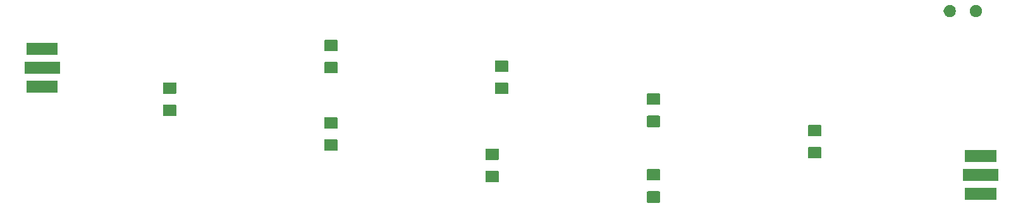
<source format=gbr>
G04 #@! TF.GenerationSoftware,KiCad,Pcbnew,5.1.2-f72e74a~84~ubuntu18.04.1*
G04 #@! TF.CreationDate,2019-07-26T13:12:55+02:00*
G04 #@! TF.ProjectId,filtre_calcule,66696c74-7265-45f6-9361-6c63756c652e,rev?*
G04 #@! TF.SameCoordinates,Original*
G04 #@! TF.FileFunction,Soldermask,Top*
G04 #@! TF.FilePolarity,Negative*
%FSLAX46Y46*%
G04 Gerber Fmt 4.6, Leading zero omitted, Abs format (unit mm)*
G04 Created by KiCad (PCBNEW 5.1.2-f72e74a~84~ubuntu18.04.1) date 2019-07-26 13:12:55*
%MOMM*%
%LPD*%
G04 APERTURE LIST*
%ADD10C,0.100000*%
G04 APERTURE END LIST*
D10*
G36*
X144920562Y-97248181D02*
G01*
X144955481Y-97258774D01*
X144987663Y-97275976D01*
X145015873Y-97299127D01*
X145039024Y-97327337D01*
X145056226Y-97359519D01*
X145066819Y-97394438D01*
X145071000Y-97436895D01*
X145071000Y-98578105D01*
X145066819Y-98620562D01*
X145056226Y-98655481D01*
X145039024Y-98687663D01*
X145015873Y-98715873D01*
X144987663Y-98739024D01*
X144955481Y-98756226D01*
X144920562Y-98766819D01*
X144878105Y-98771000D01*
X143411895Y-98771000D01*
X143369438Y-98766819D01*
X143334519Y-98756226D01*
X143302337Y-98739024D01*
X143274127Y-98715873D01*
X143250976Y-98687663D01*
X143233774Y-98655481D01*
X143223181Y-98620562D01*
X143219000Y-98578105D01*
X143219000Y-97436895D01*
X143223181Y-97394438D01*
X143233774Y-97359519D01*
X143250976Y-97327337D01*
X143274127Y-97299127D01*
X143302337Y-97275976D01*
X143334519Y-97258774D01*
X143369438Y-97248181D01*
X143411895Y-97244000D01*
X144878105Y-97244000D01*
X144920562Y-97248181D01*
X144920562Y-97248181D01*
G37*
G36*
X190041000Y-98391000D02*
G01*
X185879000Y-98391000D01*
X185879000Y-96769000D01*
X190041000Y-96769000D01*
X190041000Y-98391000D01*
X190041000Y-98391000D01*
G37*
G36*
X123330562Y-94490681D02*
G01*
X123365481Y-94501274D01*
X123397663Y-94518476D01*
X123425873Y-94541627D01*
X123449024Y-94569837D01*
X123466226Y-94602019D01*
X123476819Y-94636938D01*
X123481000Y-94679395D01*
X123481000Y-95820605D01*
X123476819Y-95863062D01*
X123466226Y-95897981D01*
X123449024Y-95930163D01*
X123425873Y-95958373D01*
X123397663Y-95981524D01*
X123365481Y-95998726D01*
X123330562Y-96009319D01*
X123288105Y-96013500D01*
X121821895Y-96013500D01*
X121779438Y-96009319D01*
X121744519Y-95998726D01*
X121712337Y-95981524D01*
X121684127Y-95958373D01*
X121660976Y-95930163D01*
X121643774Y-95897981D01*
X121633181Y-95863062D01*
X121629000Y-95820605D01*
X121629000Y-94679395D01*
X121633181Y-94636938D01*
X121643774Y-94602019D01*
X121660976Y-94569837D01*
X121684127Y-94541627D01*
X121712337Y-94518476D01*
X121744519Y-94501274D01*
X121779438Y-94490681D01*
X121821895Y-94486500D01*
X123288105Y-94486500D01*
X123330562Y-94490681D01*
X123330562Y-94490681D01*
G37*
G36*
X190311000Y-95851000D02*
G01*
X185609000Y-95851000D01*
X185609000Y-94229000D01*
X190311000Y-94229000D01*
X190311000Y-95851000D01*
X190311000Y-95851000D01*
G37*
G36*
X144920562Y-94273181D02*
G01*
X144955481Y-94283774D01*
X144987663Y-94300976D01*
X145015873Y-94324127D01*
X145039024Y-94352337D01*
X145056226Y-94384519D01*
X145066819Y-94419438D01*
X145071000Y-94461895D01*
X145071000Y-95603105D01*
X145066819Y-95645562D01*
X145056226Y-95680481D01*
X145039024Y-95712663D01*
X145015873Y-95740873D01*
X144987663Y-95764024D01*
X144955481Y-95781226D01*
X144920562Y-95791819D01*
X144878105Y-95796000D01*
X143411895Y-95796000D01*
X143369438Y-95791819D01*
X143334519Y-95781226D01*
X143302337Y-95764024D01*
X143274127Y-95740873D01*
X143250976Y-95712663D01*
X143233774Y-95680481D01*
X143223181Y-95645562D01*
X143219000Y-95603105D01*
X143219000Y-94461895D01*
X143223181Y-94419438D01*
X143233774Y-94384519D01*
X143250976Y-94352337D01*
X143274127Y-94324127D01*
X143302337Y-94300976D01*
X143334519Y-94283774D01*
X143369438Y-94273181D01*
X143411895Y-94269000D01*
X144878105Y-94269000D01*
X144920562Y-94273181D01*
X144920562Y-94273181D01*
G37*
G36*
X190041000Y-93311000D02*
G01*
X185879000Y-93311000D01*
X185879000Y-91689000D01*
X190041000Y-91689000D01*
X190041000Y-93311000D01*
X190041000Y-93311000D01*
G37*
G36*
X123330562Y-91515681D02*
G01*
X123365481Y-91526274D01*
X123397663Y-91543476D01*
X123425873Y-91566627D01*
X123449024Y-91594837D01*
X123466226Y-91627019D01*
X123476819Y-91661938D01*
X123481000Y-91704395D01*
X123481000Y-92845605D01*
X123476819Y-92888062D01*
X123466226Y-92922981D01*
X123449024Y-92955163D01*
X123425873Y-92983373D01*
X123397663Y-93006524D01*
X123365481Y-93023726D01*
X123330562Y-93034319D01*
X123288105Y-93038500D01*
X121821895Y-93038500D01*
X121779438Y-93034319D01*
X121744519Y-93023726D01*
X121712337Y-93006524D01*
X121684127Y-92983373D01*
X121660976Y-92955163D01*
X121643774Y-92922981D01*
X121633181Y-92888062D01*
X121629000Y-92845605D01*
X121629000Y-91704395D01*
X121633181Y-91661938D01*
X121643774Y-91627019D01*
X121660976Y-91594837D01*
X121684127Y-91566627D01*
X121712337Y-91543476D01*
X121744519Y-91526274D01*
X121779438Y-91515681D01*
X121821895Y-91511500D01*
X123288105Y-91511500D01*
X123330562Y-91515681D01*
X123330562Y-91515681D01*
G37*
G36*
X166510562Y-91315681D02*
G01*
X166545481Y-91326274D01*
X166577663Y-91343476D01*
X166605873Y-91366627D01*
X166629024Y-91394837D01*
X166646226Y-91427019D01*
X166656819Y-91461938D01*
X166661000Y-91504395D01*
X166661000Y-92645605D01*
X166656819Y-92688062D01*
X166646226Y-92722981D01*
X166629024Y-92755163D01*
X166605873Y-92783373D01*
X166577663Y-92806524D01*
X166545481Y-92823726D01*
X166510562Y-92834319D01*
X166468105Y-92838500D01*
X165001895Y-92838500D01*
X164959438Y-92834319D01*
X164924519Y-92823726D01*
X164892337Y-92806524D01*
X164864127Y-92783373D01*
X164840976Y-92755163D01*
X164823774Y-92722981D01*
X164813181Y-92688062D01*
X164809000Y-92645605D01*
X164809000Y-91504395D01*
X164813181Y-91461938D01*
X164823774Y-91427019D01*
X164840976Y-91394837D01*
X164864127Y-91366627D01*
X164892337Y-91343476D01*
X164924519Y-91326274D01*
X164959438Y-91315681D01*
X165001895Y-91311500D01*
X166468105Y-91311500D01*
X166510562Y-91315681D01*
X166510562Y-91315681D01*
G37*
G36*
X101740562Y-90263181D02*
G01*
X101775481Y-90273774D01*
X101807663Y-90290976D01*
X101835873Y-90314127D01*
X101859024Y-90342337D01*
X101876226Y-90374519D01*
X101886819Y-90409438D01*
X101891000Y-90451895D01*
X101891000Y-91593105D01*
X101886819Y-91635562D01*
X101876226Y-91670481D01*
X101859024Y-91702663D01*
X101835873Y-91730873D01*
X101807663Y-91754024D01*
X101775481Y-91771226D01*
X101740562Y-91781819D01*
X101698105Y-91786000D01*
X100231895Y-91786000D01*
X100189438Y-91781819D01*
X100154519Y-91771226D01*
X100122337Y-91754024D01*
X100094127Y-91730873D01*
X100070976Y-91702663D01*
X100053774Y-91670481D01*
X100043181Y-91635562D01*
X100039000Y-91593105D01*
X100039000Y-90451895D01*
X100043181Y-90409438D01*
X100053774Y-90374519D01*
X100070976Y-90342337D01*
X100094127Y-90314127D01*
X100122337Y-90290976D01*
X100154519Y-90273774D01*
X100189438Y-90263181D01*
X100231895Y-90259000D01*
X101698105Y-90259000D01*
X101740562Y-90263181D01*
X101740562Y-90263181D01*
G37*
G36*
X166510562Y-88340681D02*
G01*
X166545481Y-88351274D01*
X166577663Y-88368476D01*
X166605873Y-88391627D01*
X166629024Y-88419837D01*
X166646226Y-88452019D01*
X166656819Y-88486938D01*
X166661000Y-88529395D01*
X166661000Y-89670605D01*
X166656819Y-89713062D01*
X166646226Y-89747981D01*
X166629024Y-89780163D01*
X166605873Y-89808373D01*
X166577663Y-89831524D01*
X166545481Y-89848726D01*
X166510562Y-89859319D01*
X166468105Y-89863500D01*
X165001895Y-89863500D01*
X164959438Y-89859319D01*
X164924519Y-89848726D01*
X164892337Y-89831524D01*
X164864127Y-89808373D01*
X164840976Y-89780163D01*
X164823774Y-89747981D01*
X164813181Y-89713062D01*
X164809000Y-89670605D01*
X164809000Y-88529395D01*
X164813181Y-88486938D01*
X164823774Y-88452019D01*
X164840976Y-88419837D01*
X164864127Y-88391627D01*
X164892337Y-88368476D01*
X164924519Y-88351274D01*
X164959438Y-88340681D01*
X165001895Y-88336500D01*
X166468105Y-88336500D01*
X166510562Y-88340681D01*
X166510562Y-88340681D01*
G37*
G36*
X101740562Y-87288181D02*
G01*
X101775481Y-87298774D01*
X101807663Y-87315976D01*
X101835873Y-87339127D01*
X101859024Y-87367337D01*
X101876226Y-87399519D01*
X101886819Y-87434438D01*
X101891000Y-87476895D01*
X101891000Y-88618105D01*
X101886819Y-88660562D01*
X101876226Y-88695481D01*
X101859024Y-88727663D01*
X101835873Y-88755873D01*
X101807663Y-88779024D01*
X101775481Y-88796226D01*
X101740562Y-88806819D01*
X101698105Y-88811000D01*
X100231895Y-88811000D01*
X100189438Y-88806819D01*
X100154519Y-88796226D01*
X100122337Y-88779024D01*
X100094127Y-88755873D01*
X100070976Y-88727663D01*
X100053774Y-88695481D01*
X100043181Y-88660562D01*
X100039000Y-88618105D01*
X100039000Y-87476895D01*
X100043181Y-87434438D01*
X100053774Y-87399519D01*
X100070976Y-87367337D01*
X100094127Y-87339127D01*
X100122337Y-87315976D01*
X100154519Y-87298774D01*
X100189438Y-87288181D01*
X100231895Y-87284000D01*
X101698105Y-87284000D01*
X101740562Y-87288181D01*
X101740562Y-87288181D01*
G37*
G36*
X144920562Y-87088181D02*
G01*
X144955481Y-87098774D01*
X144987663Y-87115976D01*
X145015873Y-87139127D01*
X145039024Y-87167337D01*
X145056226Y-87199519D01*
X145066819Y-87234438D01*
X145071000Y-87276895D01*
X145071000Y-88418105D01*
X145066819Y-88460562D01*
X145056226Y-88495481D01*
X145039024Y-88527663D01*
X145015873Y-88555873D01*
X144987663Y-88579024D01*
X144955481Y-88596226D01*
X144920562Y-88606819D01*
X144878105Y-88611000D01*
X143411895Y-88611000D01*
X143369438Y-88606819D01*
X143334519Y-88596226D01*
X143302337Y-88579024D01*
X143274127Y-88555873D01*
X143250976Y-88527663D01*
X143233774Y-88495481D01*
X143223181Y-88460562D01*
X143219000Y-88418105D01*
X143219000Y-87276895D01*
X143223181Y-87234438D01*
X143233774Y-87199519D01*
X143250976Y-87167337D01*
X143274127Y-87139127D01*
X143302337Y-87115976D01*
X143334519Y-87098774D01*
X143369438Y-87088181D01*
X143411895Y-87084000D01*
X144878105Y-87084000D01*
X144920562Y-87088181D01*
X144920562Y-87088181D01*
G37*
G36*
X80150562Y-85600681D02*
G01*
X80185481Y-85611274D01*
X80217663Y-85628476D01*
X80245873Y-85651627D01*
X80269024Y-85679837D01*
X80286226Y-85712019D01*
X80296819Y-85746938D01*
X80301000Y-85789395D01*
X80301000Y-86930605D01*
X80296819Y-86973062D01*
X80286226Y-87007981D01*
X80269024Y-87040163D01*
X80245873Y-87068373D01*
X80217663Y-87091524D01*
X80185481Y-87108726D01*
X80150562Y-87119319D01*
X80108105Y-87123500D01*
X78641895Y-87123500D01*
X78599438Y-87119319D01*
X78564519Y-87108726D01*
X78532337Y-87091524D01*
X78504127Y-87068373D01*
X78480976Y-87040163D01*
X78463774Y-87007981D01*
X78453181Y-86973062D01*
X78449000Y-86930605D01*
X78449000Y-85789395D01*
X78453181Y-85746938D01*
X78463774Y-85712019D01*
X78480976Y-85679837D01*
X78504127Y-85651627D01*
X78532337Y-85628476D01*
X78564519Y-85611274D01*
X78599438Y-85600681D01*
X78641895Y-85596500D01*
X80108105Y-85596500D01*
X80150562Y-85600681D01*
X80150562Y-85600681D01*
G37*
G36*
X144920562Y-84113181D02*
G01*
X144955481Y-84123774D01*
X144987663Y-84140976D01*
X145015873Y-84164127D01*
X145039024Y-84192337D01*
X145056226Y-84224519D01*
X145066819Y-84259438D01*
X145071000Y-84301895D01*
X145071000Y-85443105D01*
X145066819Y-85485562D01*
X145056226Y-85520481D01*
X145039024Y-85552663D01*
X145015873Y-85580873D01*
X144987663Y-85604024D01*
X144955481Y-85621226D01*
X144920562Y-85631819D01*
X144878105Y-85636000D01*
X143411895Y-85636000D01*
X143369438Y-85631819D01*
X143334519Y-85621226D01*
X143302337Y-85604024D01*
X143274127Y-85580873D01*
X143250976Y-85552663D01*
X143233774Y-85520481D01*
X143223181Y-85485562D01*
X143219000Y-85443105D01*
X143219000Y-84301895D01*
X143223181Y-84259438D01*
X143233774Y-84224519D01*
X143250976Y-84192337D01*
X143274127Y-84164127D01*
X143302337Y-84140976D01*
X143334519Y-84123774D01*
X143369438Y-84113181D01*
X143411895Y-84109000D01*
X144878105Y-84109000D01*
X144920562Y-84113181D01*
X144920562Y-84113181D01*
G37*
G36*
X124600562Y-82643181D02*
G01*
X124635481Y-82653774D01*
X124667663Y-82670976D01*
X124695873Y-82694127D01*
X124719024Y-82722337D01*
X124736226Y-82754519D01*
X124746819Y-82789438D01*
X124751000Y-82831895D01*
X124751000Y-83973105D01*
X124746819Y-84015562D01*
X124736226Y-84050481D01*
X124719024Y-84082663D01*
X124695873Y-84110873D01*
X124667663Y-84134024D01*
X124635481Y-84151226D01*
X124600562Y-84161819D01*
X124558105Y-84166000D01*
X123091895Y-84166000D01*
X123049438Y-84161819D01*
X123014519Y-84151226D01*
X122982337Y-84134024D01*
X122954127Y-84110873D01*
X122930976Y-84082663D01*
X122913774Y-84050481D01*
X122903181Y-84015562D01*
X122899000Y-83973105D01*
X122899000Y-82831895D01*
X122903181Y-82789438D01*
X122913774Y-82754519D01*
X122930976Y-82722337D01*
X122954127Y-82694127D01*
X122982337Y-82670976D01*
X123014519Y-82653774D01*
X123049438Y-82643181D01*
X123091895Y-82639000D01*
X124558105Y-82639000D01*
X124600562Y-82643181D01*
X124600562Y-82643181D01*
G37*
G36*
X80150562Y-82625681D02*
G01*
X80185481Y-82636274D01*
X80217663Y-82653476D01*
X80245873Y-82676627D01*
X80269024Y-82704837D01*
X80286226Y-82737019D01*
X80296819Y-82771938D01*
X80301000Y-82814395D01*
X80301000Y-83955605D01*
X80296819Y-83998062D01*
X80286226Y-84032981D01*
X80269024Y-84065163D01*
X80245873Y-84093373D01*
X80217663Y-84116524D01*
X80185481Y-84133726D01*
X80150562Y-84144319D01*
X80108105Y-84148500D01*
X78641895Y-84148500D01*
X78599438Y-84144319D01*
X78564519Y-84133726D01*
X78532337Y-84116524D01*
X78504127Y-84093373D01*
X78480976Y-84065163D01*
X78463774Y-84032981D01*
X78453181Y-83998062D01*
X78449000Y-83955605D01*
X78449000Y-82814395D01*
X78453181Y-82771938D01*
X78463774Y-82737019D01*
X78480976Y-82704837D01*
X78504127Y-82676627D01*
X78532337Y-82653476D01*
X78564519Y-82636274D01*
X78599438Y-82625681D01*
X78641895Y-82621500D01*
X80108105Y-82621500D01*
X80150562Y-82625681D01*
X80150562Y-82625681D01*
G37*
G36*
X64391000Y-83996000D02*
G01*
X60229000Y-83996000D01*
X60229000Y-82374000D01*
X64391000Y-82374000D01*
X64391000Y-83996000D01*
X64391000Y-83996000D01*
G37*
G36*
X64661000Y-81456000D02*
G01*
X59959000Y-81456000D01*
X59959000Y-79834000D01*
X64661000Y-79834000D01*
X64661000Y-81456000D01*
X64661000Y-81456000D01*
G37*
G36*
X101740562Y-79885681D02*
G01*
X101775481Y-79896274D01*
X101807663Y-79913476D01*
X101835873Y-79936627D01*
X101859024Y-79964837D01*
X101876226Y-79997019D01*
X101886819Y-80031938D01*
X101891000Y-80074395D01*
X101891000Y-81215605D01*
X101886819Y-81258062D01*
X101876226Y-81292981D01*
X101859024Y-81325163D01*
X101835873Y-81353373D01*
X101807663Y-81376524D01*
X101775481Y-81393726D01*
X101740562Y-81404319D01*
X101698105Y-81408500D01*
X100231895Y-81408500D01*
X100189438Y-81404319D01*
X100154519Y-81393726D01*
X100122337Y-81376524D01*
X100094127Y-81353373D01*
X100070976Y-81325163D01*
X100053774Y-81292981D01*
X100043181Y-81258062D01*
X100039000Y-81215605D01*
X100039000Y-80074395D01*
X100043181Y-80031938D01*
X100053774Y-79997019D01*
X100070976Y-79964837D01*
X100094127Y-79936627D01*
X100122337Y-79913476D01*
X100154519Y-79896274D01*
X100189438Y-79885681D01*
X100231895Y-79881500D01*
X101698105Y-79881500D01*
X101740562Y-79885681D01*
X101740562Y-79885681D01*
G37*
G36*
X124600562Y-79668181D02*
G01*
X124635481Y-79678774D01*
X124667663Y-79695976D01*
X124695873Y-79719127D01*
X124719024Y-79747337D01*
X124736226Y-79779519D01*
X124746819Y-79814438D01*
X124751000Y-79856895D01*
X124751000Y-80998105D01*
X124746819Y-81040562D01*
X124736226Y-81075481D01*
X124719024Y-81107663D01*
X124695873Y-81135873D01*
X124667663Y-81159024D01*
X124635481Y-81176226D01*
X124600562Y-81186819D01*
X124558105Y-81191000D01*
X123091895Y-81191000D01*
X123049438Y-81186819D01*
X123014519Y-81176226D01*
X122982337Y-81159024D01*
X122954127Y-81135873D01*
X122930976Y-81107663D01*
X122913774Y-81075481D01*
X122903181Y-81040562D01*
X122899000Y-80998105D01*
X122899000Y-79856895D01*
X122903181Y-79814438D01*
X122913774Y-79779519D01*
X122930976Y-79747337D01*
X122954127Y-79719127D01*
X122982337Y-79695976D01*
X123014519Y-79678774D01*
X123049438Y-79668181D01*
X123091895Y-79664000D01*
X124558105Y-79664000D01*
X124600562Y-79668181D01*
X124600562Y-79668181D01*
G37*
G36*
X64391000Y-78916000D02*
G01*
X60229000Y-78916000D01*
X60229000Y-77294000D01*
X64391000Y-77294000D01*
X64391000Y-78916000D01*
X64391000Y-78916000D01*
G37*
G36*
X101740562Y-76910681D02*
G01*
X101775481Y-76921274D01*
X101807663Y-76938476D01*
X101835873Y-76961627D01*
X101859024Y-76989837D01*
X101876226Y-77022019D01*
X101886819Y-77056938D01*
X101891000Y-77099395D01*
X101891000Y-78240605D01*
X101886819Y-78283062D01*
X101876226Y-78317981D01*
X101859024Y-78350163D01*
X101835873Y-78378373D01*
X101807663Y-78401524D01*
X101775481Y-78418726D01*
X101740562Y-78429319D01*
X101698105Y-78433500D01*
X100231895Y-78433500D01*
X100189438Y-78429319D01*
X100154519Y-78418726D01*
X100122337Y-78401524D01*
X100094127Y-78378373D01*
X100070976Y-78350163D01*
X100053774Y-78317981D01*
X100043181Y-78283062D01*
X100039000Y-78240605D01*
X100039000Y-77099395D01*
X100043181Y-77056938D01*
X100053774Y-77022019D01*
X100070976Y-76989837D01*
X100094127Y-76961627D01*
X100122337Y-76938476D01*
X100154519Y-76921274D01*
X100189438Y-76910681D01*
X100231895Y-76906500D01*
X101698105Y-76906500D01*
X101740562Y-76910681D01*
X101740562Y-76910681D01*
G37*
G36*
X184062142Y-72243242D02*
G01*
X184210101Y-72304529D01*
X184343255Y-72393499D01*
X184456501Y-72506745D01*
X184545471Y-72639899D01*
X184606758Y-72787858D01*
X184638000Y-72944925D01*
X184638000Y-73105075D01*
X184606758Y-73262142D01*
X184545471Y-73410101D01*
X184456501Y-73543255D01*
X184343255Y-73656501D01*
X184210101Y-73745471D01*
X184062142Y-73806758D01*
X183905075Y-73838000D01*
X183744925Y-73838000D01*
X183587858Y-73806758D01*
X183439899Y-73745471D01*
X183306745Y-73656501D01*
X183193499Y-73543255D01*
X183104529Y-73410101D01*
X183043242Y-73262142D01*
X183012000Y-73105075D01*
X183012000Y-72944925D01*
X183043242Y-72787858D01*
X183104529Y-72639899D01*
X183193499Y-72506745D01*
X183306745Y-72393499D01*
X183439899Y-72304529D01*
X183587858Y-72243242D01*
X183744925Y-72212000D01*
X183905075Y-72212000D01*
X184062142Y-72243242D01*
X184062142Y-72243242D01*
G37*
G36*
X187562142Y-72243242D02*
G01*
X187710101Y-72304529D01*
X187843255Y-72393499D01*
X187956501Y-72506745D01*
X188045471Y-72639899D01*
X188106758Y-72787858D01*
X188138000Y-72944925D01*
X188138000Y-73105075D01*
X188106758Y-73262142D01*
X188045471Y-73410101D01*
X187956501Y-73543255D01*
X187843255Y-73656501D01*
X187710101Y-73745471D01*
X187562142Y-73806758D01*
X187405075Y-73838000D01*
X187244925Y-73838000D01*
X187087858Y-73806758D01*
X186939899Y-73745471D01*
X186806745Y-73656501D01*
X186693499Y-73543255D01*
X186604529Y-73410101D01*
X186543242Y-73262142D01*
X186512000Y-73105075D01*
X186512000Y-72944925D01*
X186543242Y-72787858D01*
X186604529Y-72639899D01*
X186693499Y-72506745D01*
X186806745Y-72393499D01*
X186939899Y-72304529D01*
X187087858Y-72243242D01*
X187244925Y-72212000D01*
X187405075Y-72212000D01*
X187562142Y-72243242D01*
X187562142Y-72243242D01*
G37*
M02*

</source>
